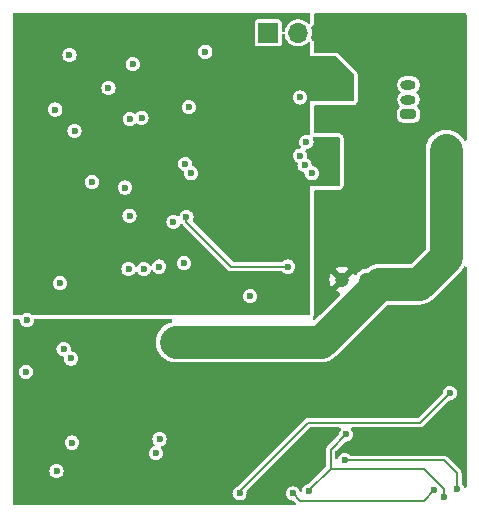
<source format=gbr>
%TF.GenerationSoftware,KiCad,Pcbnew,8.0.3-8.0.3-0~ubuntu22.04.1*%
%TF.CreationDate,2024-06-15T18:18:28-06:00*%
%TF.ProjectId,stm32g070 and DRV8311 single motor board - V1 Alpha,73746d33-3267-4303-9730-20616e642044,rev?*%
%TF.SameCoordinates,Original*%
%TF.FileFunction,Copper,L2,Inr*%
%TF.FilePolarity,Positive*%
%FSLAX46Y46*%
G04 Gerber Fmt 4.6, Leading zero omitted, Abs format (unit mm)*
G04 Created by KiCad (PCBNEW 8.0.3-8.0.3-0~ubuntu22.04.1) date 2024-06-15 18:18:28*
%MOMM*%
%LPD*%
G01*
G04 APERTURE LIST*
G04 Aperture macros list*
%AMRoundRect*
0 Rectangle with rounded corners*
0 $1 Rounding radius*
0 $2 $3 $4 $5 $6 $7 $8 $9 X,Y pos of 4 corners*
0 Add a 4 corners polygon primitive as box body*
4,1,4,$2,$3,$4,$5,$6,$7,$8,$9,$2,$3,0*
0 Add four circle primitives for the rounded corners*
1,1,$1+$1,$2,$3*
1,1,$1+$1,$4,$5*
1,1,$1+$1,$6,$7*
1,1,$1+$1,$8,$9*
0 Add four rect primitives between the rounded corners*
20,1,$1+$1,$2,$3,$4,$5,0*
20,1,$1+$1,$4,$5,$6,$7,0*
20,1,$1+$1,$6,$7,$8,$9,0*
20,1,$1+$1,$8,$9,$2,$3,0*%
G04 Aperture macros list end*
%TA.AperFunction,ComponentPad*%
%ADD10RoundRect,0.200000X0.450000X-0.200000X0.450000X0.200000X-0.450000X0.200000X-0.450000X-0.200000X0*%
%TD*%
%TA.AperFunction,ComponentPad*%
%ADD11O,1.300000X0.800000*%
%TD*%
%TA.AperFunction,ComponentPad*%
%ADD12C,1.200000*%
%TD*%
%TA.AperFunction,ComponentPad*%
%ADD13C,0.600000*%
%TD*%
%TA.AperFunction,ComponentPad*%
%ADD14R,1.700000X1.700000*%
%TD*%
%TA.AperFunction,ComponentPad*%
%ADD15O,1.700000X1.700000*%
%TD*%
%TA.AperFunction,ViaPad*%
%ADD16C,0.600000*%
%TD*%
%TA.AperFunction,Conductor*%
%ADD17C,2.814000*%
%TD*%
%TA.AperFunction,Conductor*%
%ADD18C,0.200000*%
%TD*%
G04 APERTURE END LIST*
D10*
%TO.N,Net-(J3-Pin_1)*%
%TO.C,J3*%
X156400000Y-96900000D03*
D11*
%TO.N,Net-(J3-Pin_2)*%
X156400000Y-95650000D03*
%TO.N,Net-(J3-Pin_3)*%
X156400000Y-94400000D03*
%TD*%
D12*
%TO.N,/MOTORPWR*%
%TO.C,C15*%
X152800000Y-110900000D03*
%TO.N,GNDPWR*%
X150800000Y-110900000D03*
%TD*%
D13*
%TO.N,GNDPWR*%
%TO.C,U4*%
X132262500Y-124737500D03*
X132262500Y-125687500D03*
X132262500Y-126637500D03*
%TD*%
D14*
%TO.N,/USART1_TX*%
%TO.C,J4*%
X144525000Y-90000000D03*
D15*
%TO.N,/USART1_RX*%
X147065000Y-90000000D03*
%TD*%
D13*
%TO.N,GNDPWR*%
%TO.C,U2*%
X149162498Y-98100001D03*
X150562500Y-98100001D03*
X149862499Y-97374600D03*
X149162498Y-96699999D03*
X150562500Y-96699999D03*
%TD*%
D16*
%TO.N,VDD*%
X129600000Y-102636000D03*
X147213896Y-95473287D03*
X131000000Y-94700000D03*
%TO.N,GND*%
X124000000Y-99300000D03*
X123800000Y-108900000D03*
X146000000Y-103400000D03*
X131800000Y-91800000D03*
X126600000Y-127100000D03*
X135000000Y-125600000D03*
X132900000Y-104500000D03*
X136800000Y-89700000D03*
X141000000Y-98600000D03*
X131600000Y-112200000D03*
%TO.N,/MOTORPWR*%
X158600000Y-103400000D03*
X158600000Y-105300000D03*
X142600000Y-115200000D03*
X159600000Y-103400000D03*
X142600000Y-117200000D03*
X143500000Y-115200000D03*
X141700000Y-115200000D03*
X158600000Y-104400000D03*
X141700000Y-116200000D03*
X141700000Y-117200000D03*
X159600000Y-105300000D03*
X160600000Y-104400000D03*
X140800000Y-117200000D03*
X143500000Y-116200000D03*
X160600000Y-103400000D03*
X160600000Y-105300000D03*
X142600000Y-116200000D03*
X140800000Y-116200000D03*
X159600000Y-104400000D03*
X140800000Y-115200000D03*
X143500000Y-117200000D03*
%TO.N,GNDPWR*%
X158900000Y-116500000D03*
X131400000Y-119000000D03*
X124350000Y-126300000D03*
X152800000Y-90800000D03*
X132400000Y-118100000D03*
X153500000Y-106800000D03*
X124350000Y-127150000D03*
X154800000Y-90800000D03*
X157900000Y-117400000D03*
X130400000Y-117100000D03*
X159900000Y-116500000D03*
X132400000Y-117100000D03*
X153800000Y-89800000D03*
X132400000Y-119000000D03*
X154800000Y-89800000D03*
X157900000Y-115500000D03*
X159900000Y-117400000D03*
X153500000Y-104900000D03*
X152500000Y-106800000D03*
X152800000Y-89800000D03*
X131400000Y-118100000D03*
X159900000Y-115500000D03*
X152500000Y-105900000D03*
X153500000Y-105900000D03*
X158900000Y-115500000D03*
X153800000Y-90800000D03*
X152800000Y-91700000D03*
X151500000Y-105900000D03*
X154800000Y-91700000D03*
X151500000Y-104900000D03*
X130400000Y-118100000D03*
X151500000Y-106800000D03*
X131400000Y-117100000D03*
X157900000Y-116500000D03*
X158900000Y-117400000D03*
X153800000Y-91700000D03*
X152500000Y-104900000D03*
X130400000Y-119000000D03*
%TO.N,/SWC*%
X137500000Y-101100000D03*
%TO.N,/SWD*%
X138000000Y-101900000D03*
%TO.N,Net-(U2-SLEEP_N)*%
X147756784Y-99259725D03*
%TO.N,/PSU/LDO 4.9v*%
X127912500Y-124700000D03*
X124000000Y-118700000D03*
%TO.N,/1CSA-B*%
X147600000Y-101200000D03*
X134000000Y-110000000D03*
%TO.N,/1CSA-A*%
X132700000Y-110000000D03*
X148200000Y-101900000D03*
%TO.N,/1CSA-C*%
X135300000Y-109800000D03*
X147200000Y-100400000D03*
%TO.N,/CS1*%
X133049998Y-92649998D03*
X137800000Y-96300000D03*
%TO.N,/PSU/BATT+*%
X142100000Y-129000000D03*
X159900000Y-120500000D03*
%TO.N,Net-(D1-A)*%
X124100000Y-114325000D03*
%TO.N,/PSU/~{CHG}*%
X135321200Y-124421200D03*
X127824265Y-117575735D03*
%TO.N,Net-(D2-A)*%
X127200000Y-116800000D03*
%TO.N,/SDA1*%
X128125000Y-98300000D03*
X126500000Y-96500000D03*
%TO.N,/PSU/BATT-*%
X151000000Y-126200000D03*
X160500000Y-128600000D03*
%TO.N,Net-(Q1-G)*%
X159400000Y-129300000D03*
X148000000Y-128800000D03*
X151100000Y-124000000D03*
%TO.N,/NRST*%
X126900000Y-111200000D03*
X132780603Y-105480603D03*
%TO.N,Net-(U3-PACK)*%
X146600000Y-129000000D03*
X158600000Y-128700000D03*
%TO.N,Net-(J1-Pin_2)*%
X127700000Y-91900000D03*
%TO.N,Net-(J2-Pin_2)*%
X139200000Y-91600000D03*
%TO.N,/USART1_TX*%
X133800000Y-97200000D03*
%TO.N,/USART1_RX*%
X132800000Y-97300000D03*
%TO.N,/ADC11*%
X136500000Y-106000000D03*
%TO.N,/ADC10{slash}VBATT*%
X137400000Y-109500000D03*
%TO.N,Net-(D3-A)*%
X143000000Y-112300000D03*
%TO.N,/LED*%
X137600000Y-105600000D03*
X146200000Y-109800000D03*
%TO.N,Net-(U1-VREF+)*%
X132400000Y-103100000D03*
%TD*%
D17*
%TO.N,/MOTORPWR*%
X149000000Y-116200000D02*
X136700000Y-116200000D01*
X157300000Y-111300000D02*
X153900000Y-111300000D01*
X159600000Y-109000000D02*
X157300000Y-111300000D01*
X159600000Y-99900000D02*
X159600000Y-109000000D01*
X153900000Y-111300000D02*
X149000000Y-116200000D01*
D18*
%TO.N,/PSU/BATT+*%
X142100000Y-128800000D02*
X142100000Y-129000000D01*
X157400000Y-123000000D02*
X147900000Y-123000000D01*
X159900000Y-120500000D02*
X157400000Y-123000000D01*
X147900000Y-123000000D02*
X142100000Y-128800000D01*
%TO.N,/PSU/BATT-*%
X151000000Y-126200000D02*
X159400000Y-126200000D01*
X159400000Y-126200000D02*
X160500000Y-127300000D01*
X160500000Y-127300000D02*
X160500000Y-128600000D01*
%TO.N,Net-(Q1-G)*%
X148000000Y-128700000D02*
X149800000Y-126900000D01*
X159400000Y-129300000D02*
X159400000Y-128600000D01*
X149800000Y-125300000D02*
X149800000Y-126900000D01*
X148000000Y-128800000D02*
X148000000Y-128700000D01*
X151100000Y-124000000D02*
X149800000Y-125300000D01*
X159400000Y-128600000D02*
X157700000Y-126900000D01*
X157700000Y-126900000D02*
X149800000Y-126900000D01*
%TO.N,Net-(U3-PACK)*%
X157700000Y-129600000D02*
X158600000Y-128700000D01*
X146600000Y-129000000D02*
X147200000Y-129600000D01*
X147200000Y-129600000D02*
X157700000Y-129600000D01*
%TO.N,/LED*%
X141400000Y-109800000D02*
X146200000Y-109800000D01*
X137600000Y-105600000D02*
X137600000Y-106000000D01*
X137600000Y-106000000D02*
X141400000Y-109800000D01*
%TD*%
%TA.AperFunction,Conductor*%
%TO.N,GND*%
G36*
X150315677Y-92019685D02*
G01*
X150336319Y-92036319D01*
X151763681Y-93463681D01*
X151797166Y-93525004D01*
X151800000Y-93551362D01*
X151800000Y-95676000D01*
X151780315Y-95743039D01*
X151727511Y-95788794D01*
X151676000Y-95800000D01*
X148100000Y-95800000D01*
X148100000Y-92000000D01*
X150248638Y-92000000D01*
X150315677Y-92019685D01*
G37*
%TD.AperFunction*%
%TD*%
%TA.AperFunction,Conductor*%
%TO.N,GND*%
G36*
X150543039Y-98819685D02*
G01*
X150588794Y-98872489D01*
X150600000Y-98924000D01*
X150600000Y-102876000D01*
X150580315Y-102943039D01*
X150527511Y-102988794D01*
X150476000Y-103000000D01*
X148100000Y-103000000D01*
X148100000Y-102492516D01*
X148186160Y-102503859D01*
X148199999Y-102505682D01*
X148200000Y-102505682D01*
X148200001Y-102505682D01*
X148252254Y-102498802D01*
X148356762Y-102485044D01*
X148502841Y-102424536D01*
X148628282Y-102328282D01*
X148724536Y-102202841D01*
X148785044Y-102056762D01*
X148805682Y-101900000D01*
X148785044Y-101743238D01*
X148724536Y-101597159D01*
X148628282Y-101471718D01*
X148502841Y-101375464D01*
X148356762Y-101314956D01*
X148312752Y-101309162D01*
X148248856Y-101280895D01*
X148210385Y-101222571D01*
X148205999Y-101202408D01*
X148185044Y-101043239D01*
X148185044Y-101043238D01*
X148124536Y-100897159D01*
X148100000Y-100865182D01*
X148100000Y-99753280D01*
X148185066Y-99688007D01*
X148281320Y-99562566D01*
X148341828Y-99416487D01*
X148362466Y-99259725D01*
X148341828Y-99102963D01*
X148324362Y-99060796D01*
X148287355Y-98971452D01*
X148279886Y-98901983D01*
X148311161Y-98839504D01*
X148371250Y-98803852D01*
X148401916Y-98800000D01*
X150476000Y-98800000D01*
X150543039Y-98819685D01*
G37*
%TD.AperFunction*%
%TD*%
%TA.AperFunction,Conductor*%
%TO.N,GNDPWR*%
G36*
X161323500Y-128395532D02*
G01*
X161303815Y-128462571D01*
X161251011Y-128508326D01*
X161181853Y-128518270D01*
X161118297Y-128489245D01*
X161084939Y-128442985D01*
X161080231Y-128431620D01*
X161024536Y-128297159D01*
X161024535Y-128297158D01*
X161024535Y-128297157D01*
X160926124Y-128168905D01*
X160900930Y-128103736D01*
X160900500Y-128093419D01*
X160900500Y-127247275D01*
X160900500Y-127247273D01*
X160873207Y-127145413D01*
X160873207Y-127145412D01*
X160820480Y-127054087D01*
X159645913Y-125879520D01*
X159600250Y-125853156D01*
X159554589Y-125826793D01*
X159503657Y-125813146D01*
X159452727Y-125799500D01*
X159452726Y-125799500D01*
X151506580Y-125799500D01*
X151439541Y-125779815D01*
X151431093Y-125773876D01*
X151428283Y-125771720D01*
X151428282Y-125771718D01*
X151302841Y-125675464D01*
X151156762Y-125614956D01*
X151156760Y-125614955D01*
X151000001Y-125594318D01*
X150999999Y-125594318D01*
X150843239Y-125614955D01*
X150843237Y-125614956D01*
X150697160Y-125675463D01*
X150571718Y-125771718D01*
X150475463Y-125897160D01*
X150439061Y-125985044D01*
X150395220Y-126039447D01*
X150328926Y-126061512D01*
X150261227Y-126044233D01*
X150213616Y-125993096D01*
X150200500Y-125937591D01*
X150200500Y-125517254D01*
X150220185Y-125450215D01*
X150236819Y-125429573D01*
X150612308Y-125054084D01*
X151024991Y-124641400D01*
X151086312Y-124607917D01*
X151096485Y-124606144D01*
X151099997Y-124605681D01*
X151100000Y-124605682D01*
X151256762Y-124585044D01*
X151402841Y-124524536D01*
X151528282Y-124428282D01*
X151624536Y-124302841D01*
X151685044Y-124156762D01*
X151705682Y-124000000D01*
X151692077Y-123896663D01*
X151685044Y-123843239D01*
X151685044Y-123843238D01*
X151624536Y-123697159D01*
X151624535Y-123697158D01*
X151624535Y-123697157D01*
X151549973Y-123599986D01*
X151524779Y-123534817D01*
X151538817Y-123466372D01*
X151587631Y-123416383D01*
X151648349Y-123400500D01*
X157452725Y-123400500D01*
X157452727Y-123400500D01*
X157554588Y-123373207D01*
X157645913Y-123320480D01*
X159824991Y-121141400D01*
X159886312Y-121107917D01*
X159896485Y-121106144D01*
X159899997Y-121105681D01*
X159900000Y-121105682D01*
X160056762Y-121085044D01*
X160202841Y-121024536D01*
X160328282Y-120928282D01*
X160424536Y-120802841D01*
X160485044Y-120656762D01*
X160505682Y-120500000D01*
X160485044Y-120343238D01*
X160424536Y-120197159D01*
X160328282Y-120071718D01*
X160202841Y-119975464D01*
X160056762Y-119914956D01*
X160056760Y-119914955D01*
X159900001Y-119894318D01*
X159899999Y-119894318D01*
X159743239Y-119914955D01*
X159743237Y-119914956D01*
X159597160Y-119975463D01*
X159471718Y-120071718D01*
X159375463Y-120197160D01*
X159314956Y-120343237D01*
X159314956Y-120343238D01*
X159293855Y-120503513D01*
X159265588Y-120567409D01*
X159258597Y-120575008D01*
X157270426Y-122563181D01*
X157209103Y-122596666D01*
X157182745Y-122599500D01*
X147960339Y-122599500D01*
X147960323Y-122599499D01*
X147952727Y-122599499D01*
X147847273Y-122599499D01*
X147779366Y-122617695D01*
X147745412Y-122626793D01*
X147654084Y-122679522D01*
X147579518Y-122754089D01*
X141918706Y-128414899D01*
X141878479Y-128441778D01*
X141797165Y-128475460D01*
X141797158Y-128475464D01*
X141671719Y-128571716D01*
X141575463Y-128697160D01*
X141514956Y-128843237D01*
X141514955Y-128843239D01*
X141494318Y-128999998D01*
X141494318Y-129000001D01*
X141514955Y-129156760D01*
X141514956Y-129156762D01*
X141574287Y-129300001D01*
X141575464Y-129302841D01*
X141671718Y-129428282D01*
X141797159Y-129524536D01*
X141943238Y-129585044D01*
X142021619Y-129595363D01*
X142099999Y-129605682D01*
X142100000Y-129605682D01*
X142100001Y-129605682D01*
X142152254Y-129598802D01*
X142256762Y-129585044D01*
X142402841Y-129524536D01*
X142528282Y-129428282D01*
X142624536Y-129302841D01*
X142685044Y-129156762D01*
X142705682Y-129000000D01*
X142685825Y-128849172D01*
X142696590Y-128780139D01*
X142721080Y-128745311D01*
X148029573Y-123436819D01*
X148090896Y-123403334D01*
X148117254Y-123400500D01*
X150551651Y-123400500D01*
X150618690Y-123420185D01*
X150664445Y-123472989D01*
X150674389Y-123542147D01*
X150650027Y-123599986D01*
X150575464Y-123697157D01*
X150514956Y-123843237D01*
X150514956Y-123843238D01*
X150493855Y-124003513D01*
X150465588Y-124067409D01*
X150458597Y-124075008D01*
X149479522Y-125054084D01*
X149479520Y-125054087D01*
X149426791Y-125145413D01*
X149415919Y-125185995D01*
X149415919Y-125185996D01*
X149399500Y-125247273D01*
X149399500Y-126682744D01*
X149379815Y-126749783D01*
X149363181Y-126770425D01*
X147959847Y-128173758D01*
X147898524Y-128207243D01*
X147888353Y-128209016D01*
X147843238Y-128214956D01*
X147697160Y-128275463D01*
X147571718Y-128371718D01*
X147475463Y-128497160D01*
X147414956Y-128643237D01*
X147414956Y-128643239D01*
X147399929Y-128757375D01*
X147371662Y-128821271D01*
X147313337Y-128859742D01*
X147243473Y-128860573D01*
X147184249Y-128823500D01*
X147162429Y-128788641D01*
X147153634Y-128767409D01*
X147141263Y-128737542D01*
X147124537Y-128697161D01*
X147124536Y-128697160D01*
X147124536Y-128697159D01*
X147028282Y-128571718D01*
X146902841Y-128475464D01*
X146902831Y-128475460D01*
X146756762Y-128414956D01*
X146756760Y-128414955D01*
X146600001Y-128394318D01*
X146599999Y-128394318D01*
X146443239Y-128414955D01*
X146443237Y-128414956D01*
X146297160Y-128475463D01*
X146171718Y-128571718D01*
X146075463Y-128697160D01*
X146014956Y-128843237D01*
X146014955Y-128843239D01*
X145994318Y-128999998D01*
X145994318Y-129000001D01*
X146014955Y-129156760D01*
X146014956Y-129156762D01*
X146074287Y-129300001D01*
X146075464Y-129302841D01*
X146171718Y-129428282D01*
X146297159Y-129524536D01*
X146443238Y-129585044D01*
X146600000Y-129605682D01*
X146600001Y-129605681D01*
X146603513Y-129606144D01*
X146667410Y-129634410D01*
X146675009Y-129641402D01*
X146840426Y-129806819D01*
X146873911Y-129868142D01*
X146868927Y-129937834D01*
X146827055Y-129993767D01*
X146761591Y-130018184D01*
X146752745Y-130018500D01*
X123006500Y-130018500D01*
X122939461Y-129998815D01*
X122893706Y-129946011D01*
X122882500Y-129894500D01*
X122882500Y-127099998D01*
X125994318Y-127099998D01*
X125994318Y-127100001D01*
X126014955Y-127256760D01*
X126014956Y-127256762D01*
X126075464Y-127402841D01*
X126171718Y-127528282D01*
X126297159Y-127624536D01*
X126443238Y-127685044D01*
X126521619Y-127695363D01*
X126599999Y-127705682D01*
X126600000Y-127705682D01*
X126600001Y-127705682D01*
X126652254Y-127698802D01*
X126756762Y-127685044D01*
X126902841Y-127624536D01*
X127028282Y-127528282D01*
X127124536Y-127402841D01*
X127185044Y-127256762D01*
X127205682Y-127100000D01*
X127199637Y-127054087D01*
X127185044Y-126943239D01*
X127185044Y-126943238D01*
X127124536Y-126797159D01*
X127028282Y-126671718D01*
X126902841Y-126575464D01*
X126756762Y-126514956D01*
X126756760Y-126514955D01*
X126600001Y-126494318D01*
X126599999Y-126494318D01*
X126443239Y-126514955D01*
X126443237Y-126514956D01*
X126297160Y-126575463D01*
X126171718Y-126671718D01*
X126075463Y-126797160D01*
X126014956Y-126943237D01*
X126014955Y-126943239D01*
X125994318Y-127099998D01*
X122882500Y-127099998D01*
X122882500Y-125599998D01*
X134394318Y-125599998D01*
X134394318Y-125600001D01*
X134414955Y-125756760D01*
X134414956Y-125756762D01*
X134475464Y-125902841D01*
X134571718Y-126028282D01*
X134697159Y-126124536D01*
X134843238Y-126185044D01*
X134921619Y-126195363D01*
X134999999Y-126205682D01*
X135000000Y-126205682D01*
X135000001Y-126205682D01*
X135052254Y-126198802D01*
X135156762Y-126185044D01*
X135302841Y-126124536D01*
X135428282Y-126028282D01*
X135524536Y-125902841D01*
X135585044Y-125756762D01*
X135605682Y-125600000D01*
X135585044Y-125443238D01*
X135524536Y-125297159D01*
X135442287Y-125189970D01*
X135417095Y-125124805D01*
X135431133Y-125056360D01*
X135479947Y-125006370D01*
X135493201Y-124999931D01*
X135624041Y-124945736D01*
X135749482Y-124849482D01*
X135845736Y-124724041D01*
X135906244Y-124577962D01*
X135926882Y-124421200D01*
X135906244Y-124264438D01*
X135845736Y-124118359D01*
X135749482Y-123992918D01*
X135624041Y-123896664D01*
X135477962Y-123836156D01*
X135477960Y-123836155D01*
X135321201Y-123815518D01*
X135321199Y-123815518D01*
X135164439Y-123836155D01*
X135164437Y-123836156D01*
X135018360Y-123896663D01*
X134892918Y-123992918D01*
X134796663Y-124118360D01*
X134736156Y-124264437D01*
X134736155Y-124264439D01*
X134715518Y-124421198D01*
X134715518Y-124421201D01*
X134736155Y-124577960D01*
X134736156Y-124577962D01*
X134796664Y-124724041D01*
X134878911Y-124831227D01*
X134904104Y-124896395D01*
X134890066Y-124964839D01*
X134841252Y-125014829D01*
X134827987Y-125021273D01*
X134697160Y-125075463D01*
X134571718Y-125171718D01*
X134475463Y-125297160D01*
X134414956Y-125443237D01*
X134414955Y-125443239D01*
X134394318Y-125599998D01*
X122882500Y-125599998D01*
X122882500Y-124699998D01*
X127306818Y-124699998D01*
X127306818Y-124700001D01*
X127327455Y-124856760D01*
X127327456Y-124856762D01*
X127386756Y-124999926D01*
X127387964Y-125002841D01*
X127484218Y-125128282D01*
X127609659Y-125224536D01*
X127755738Y-125285044D01*
X127834119Y-125295363D01*
X127912499Y-125305682D01*
X127912500Y-125305682D01*
X127912501Y-125305682D01*
X127977239Y-125297159D01*
X128069262Y-125285044D01*
X128215341Y-125224536D01*
X128340782Y-125128282D01*
X128437036Y-125002841D01*
X128497544Y-124856762D01*
X128518182Y-124700000D01*
X128510467Y-124641402D01*
X128497544Y-124543239D01*
X128497544Y-124543238D01*
X128437036Y-124397159D01*
X128340782Y-124271718D01*
X128215341Y-124175464D01*
X128170190Y-124156762D01*
X128069262Y-124114956D01*
X128069260Y-124114955D01*
X127912501Y-124094318D01*
X127912499Y-124094318D01*
X127755739Y-124114955D01*
X127755737Y-124114956D01*
X127609660Y-124175463D01*
X127484218Y-124271718D01*
X127387963Y-124397160D01*
X127327456Y-124543237D01*
X127327455Y-124543239D01*
X127306818Y-124699998D01*
X122882500Y-124699998D01*
X122882500Y-118699998D01*
X123394318Y-118699998D01*
X123394318Y-118700001D01*
X123414955Y-118856760D01*
X123414956Y-118856762D01*
X123475464Y-119002841D01*
X123571718Y-119128282D01*
X123697159Y-119224536D01*
X123843238Y-119285044D01*
X123921619Y-119295363D01*
X123999999Y-119305682D01*
X124000000Y-119305682D01*
X124000001Y-119305682D01*
X124052254Y-119298802D01*
X124156762Y-119285044D01*
X124302841Y-119224536D01*
X124428282Y-119128282D01*
X124524536Y-119002841D01*
X124585044Y-118856762D01*
X124605682Y-118700000D01*
X124585044Y-118543238D01*
X124524536Y-118397159D01*
X124428282Y-118271718D01*
X124302841Y-118175464D01*
X124267388Y-118160779D01*
X124156762Y-118114956D01*
X124156760Y-118114955D01*
X124000001Y-118094318D01*
X123999999Y-118094318D01*
X123843239Y-118114955D01*
X123843237Y-118114956D01*
X123697160Y-118175463D01*
X123571718Y-118271718D01*
X123475463Y-118397160D01*
X123414956Y-118543237D01*
X123414955Y-118543239D01*
X123394318Y-118699998D01*
X122882500Y-118699998D01*
X122882500Y-116799998D01*
X126594318Y-116799998D01*
X126594318Y-116800001D01*
X126614955Y-116956760D01*
X126614956Y-116956762D01*
X126675464Y-117102841D01*
X126771718Y-117228282D01*
X126897159Y-117324536D01*
X127043238Y-117385044D01*
X127117333Y-117394798D01*
X127181229Y-117423064D01*
X127219701Y-117481388D01*
X127224087Y-117533921D01*
X127218583Y-117575732D01*
X127218583Y-117575736D01*
X127239220Y-117732495D01*
X127239221Y-117732497D01*
X127275610Y-117820349D01*
X127299729Y-117878576D01*
X127395983Y-118004017D01*
X127521424Y-118100271D01*
X127667503Y-118160779D01*
X127745884Y-118171098D01*
X127824264Y-118181417D01*
X127824265Y-118181417D01*
X127824266Y-118181417D01*
X127876519Y-118174537D01*
X127981027Y-118160779D01*
X128127106Y-118100271D01*
X128252547Y-118004017D01*
X128348801Y-117878576D01*
X128409309Y-117732497D01*
X128429947Y-117575735D01*
X128409309Y-117418973D01*
X128348801Y-117272894D01*
X128252547Y-117147453D01*
X128127106Y-117051199D01*
X127981027Y-116990691D01*
X127906929Y-116980935D01*
X127843034Y-116952669D01*
X127804563Y-116894345D01*
X127800177Y-116841813D01*
X127805682Y-116800000D01*
X127785044Y-116643238D01*
X127724536Y-116497159D01*
X127628282Y-116371718D01*
X127502841Y-116275464D01*
X127356762Y-116214956D01*
X127356760Y-116214955D01*
X127200001Y-116194318D01*
X127199999Y-116194318D01*
X127043239Y-116214955D01*
X127043237Y-116214956D01*
X126897160Y-116275463D01*
X126771718Y-116371718D01*
X126675463Y-116497160D01*
X126614956Y-116643237D01*
X126614955Y-116643239D01*
X126594318Y-116799998D01*
X122882500Y-116799998D01*
X122882500Y-114329500D01*
X122902185Y-114262461D01*
X122954989Y-114216706D01*
X123006500Y-114205500D01*
X123370318Y-114205500D01*
X123437357Y-114225185D01*
X123483112Y-114277989D01*
X123491632Y-114317155D01*
X123493257Y-114316942D01*
X123514955Y-114481760D01*
X123514956Y-114481762D01*
X123555502Y-114579650D01*
X123575464Y-114627841D01*
X123671718Y-114753282D01*
X123797159Y-114849536D01*
X123943238Y-114910044D01*
X124021619Y-114920363D01*
X124099999Y-114930682D01*
X124100000Y-114930682D01*
X124100001Y-114930682D01*
X124152254Y-114923802D01*
X124256762Y-114910044D01*
X124402841Y-114849536D01*
X124528282Y-114753282D01*
X124624536Y-114627841D01*
X124685044Y-114481762D01*
X124705682Y-114325000D01*
X124706743Y-114316942D01*
X124709271Y-114317274D01*
X124725367Y-114262461D01*
X124778171Y-114216706D01*
X124829682Y-114205500D01*
X136276000Y-114205500D01*
X136343039Y-114225185D01*
X136388794Y-114277989D01*
X136400000Y-114329500D01*
X136400000Y-114417502D01*
X136380315Y-114484541D01*
X136327511Y-114530296D01*
X136308093Y-114537277D01*
X136149970Y-114579645D01*
X136149966Y-114579646D01*
X136149964Y-114579647D01*
X136149957Y-114579650D01*
X135943178Y-114665300D01*
X135943168Y-114665305D01*
X135749328Y-114777218D01*
X135571752Y-114913477D01*
X135571745Y-114913483D01*
X135413483Y-115071745D01*
X135413477Y-115071752D01*
X135277218Y-115249328D01*
X135165305Y-115443168D01*
X135165300Y-115443178D01*
X135079650Y-115649957D01*
X135079645Y-115649970D01*
X135021717Y-115866165D01*
X135021714Y-115866178D01*
X134992501Y-116088075D01*
X134992500Y-116088091D01*
X134992500Y-116311908D01*
X134992501Y-116311924D01*
X135021714Y-116533821D01*
X135021715Y-116533826D01*
X135021716Y-116533832D01*
X135079647Y-116750036D01*
X135106943Y-116815934D01*
X135165300Y-116956821D01*
X135165305Y-116956831D01*
X135277218Y-117150671D01*
X135413477Y-117328247D01*
X135413483Y-117328254D01*
X135571745Y-117486516D01*
X135571752Y-117486522D01*
X135749328Y-117622781D01*
X135943168Y-117734694D01*
X135943178Y-117734699D01*
X136009070Y-117761992D01*
X136149964Y-117820353D01*
X136366168Y-117878284D01*
X136588085Y-117907500D01*
X136588092Y-117907500D01*
X149111916Y-117907500D01*
X149185887Y-117897761D01*
X149333831Y-117878285D01*
X149425210Y-117853799D01*
X149550036Y-117820353D01*
X149653432Y-117777524D01*
X149756828Y-117734697D01*
X149902661Y-117650500D01*
X149950672Y-117622781D01*
X150128249Y-117486521D01*
X150286521Y-117328249D01*
X150286521Y-117328248D01*
X153714769Y-113900000D01*
X161323500Y-113900000D01*
X161323500Y-128395532D01*
G37*
%TD.AperFunction*%
%TA.AperFunction,Conductor*%
G36*
X148511681Y-114273549D02*
G01*
X148450358Y-114307034D01*
X148380666Y-114302050D01*
X148324733Y-114260178D01*
X148300316Y-114194714D01*
X148300000Y-114185868D01*
X148300000Y-114100492D01*
X148318605Y-114037129D01*
X148318533Y-114037093D01*
X148318729Y-114036705D01*
X148319685Y-114033453D01*
X148322547Y-114029197D01*
X148322551Y-114029189D01*
X148322553Y-114029187D01*
X148373439Y-113929111D01*
X148381987Y-113900000D01*
X148885230Y-113900000D01*
X148511681Y-114273549D01*
G37*
%TD.AperFunction*%
%TD*%
%TA.AperFunction,Conductor*%
%TO.N,GNDPWR*%
G36*
X161266539Y-88358185D02*
G01*
X161312294Y-88410989D01*
X161323500Y-88462500D01*
X161323500Y-99007415D01*
X161303815Y-99074454D01*
X161251011Y-99120209D01*
X161181853Y-99130153D01*
X161118297Y-99101128D01*
X161092113Y-99069415D01*
X161022781Y-98949328D01*
X160886522Y-98771752D01*
X160886516Y-98771745D01*
X160728254Y-98613483D01*
X160728247Y-98613477D01*
X160550671Y-98477218D01*
X160356831Y-98365305D01*
X160356821Y-98365300D01*
X160199167Y-98299998D01*
X160150036Y-98279647D01*
X159933832Y-98221716D01*
X159933826Y-98221715D01*
X159933821Y-98221714D01*
X159711924Y-98192501D01*
X159711921Y-98192500D01*
X159711915Y-98192500D01*
X159488085Y-98192500D01*
X159488079Y-98192500D01*
X159488075Y-98192501D01*
X159266178Y-98221714D01*
X159266171Y-98221715D01*
X159266168Y-98221716D01*
X159194100Y-98241026D01*
X159049970Y-98279645D01*
X159049966Y-98279646D01*
X159049964Y-98279647D01*
X159049957Y-98279650D01*
X158843178Y-98365300D01*
X158843168Y-98365305D01*
X158649328Y-98477218D01*
X158471752Y-98613477D01*
X158471745Y-98613483D01*
X158313483Y-98771745D01*
X158313477Y-98771752D01*
X158177218Y-98949328D01*
X158065305Y-99143168D01*
X158065300Y-99143178D01*
X157979650Y-99349957D01*
X157979645Y-99349970D01*
X157921717Y-99566165D01*
X157921714Y-99566178D01*
X157892501Y-99788075D01*
X157892500Y-99788091D01*
X157892500Y-108241368D01*
X157872815Y-108308407D01*
X157856181Y-108329049D01*
X156629049Y-109556181D01*
X156567726Y-109589666D01*
X156541368Y-109592500D01*
X154011915Y-109592500D01*
X153788084Y-109592500D01*
X153788078Y-109592500D01*
X153788074Y-109592501D01*
X153596733Y-109617691D01*
X153596733Y-109617692D01*
X153566168Y-109621716D01*
X153374999Y-109672939D01*
X153349964Y-109679647D01*
X153349954Y-109679650D01*
X153203739Y-109740215D01*
X153143174Y-109765302D01*
X153143167Y-109765306D01*
X153122200Y-109777411D01*
X153083076Y-109800000D01*
X152949328Y-109877218D01*
X152823362Y-109973876D01*
X152758193Y-109999070D01*
X152747876Y-109999500D01*
X152705354Y-109999500D01*
X152672897Y-110006398D01*
X152520197Y-110038855D01*
X152520192Y-110038857D01*
X152347270Y-110115848D01*
X152347265Y-110115851D01*
X152194129Y-110227111D01*
X152067465Y-110367785D01*
X152019887Y-110450194D01*
X151969320Y-110498410D01*
X151900713Y-110511632D01*
X151835848Y-110485664D01*
X151801500Y-110443466D01*
X151739249Y-110318449D01*
X151739247Y-110318447D01*
X151737465Y-110316087D01*
X151094855Y-110958697D01*
X151100000Y-110939496D01*
X151100000Y-110860504D01*
X151079556Y-110784204D01*
X151040060Y-110715795D01*
X150984205Y-110659940D01*
X150915796Y-110620444D01*
X150839496Y-110600000D01*
X150760504Y-110600000D01*
X150684204Y-110620444D01*
X150615795Y-110659940D01*
X150559940Y-110715795D01*
X150520444Y-110784204D01*
X150500000Y-110860504D01*
X150500000Y-110939496D01*
X150520444Y-111015796D01*
X150559940Y-111084205D01*
X150615795Y-111140060D01*
X150684204Y-111179556D01*
X150760504Y-111200000D01*
X150839496Y-111200000D01*
X150858697Y-111194854D01*
X150800000Y-111253553D01*
X150219311Y-111834240D01*
X150307585Y-111888897D01*
X150497678Y-111962540D01*
X150540262Y-111970500D01*
X150602543Y-112002168D01*
X150637817Y-112062480D01*
X150634884Y-112132288D01*
X150605159Y-112180070D01*
X148885230Y-113900000D01*
X148381987Y-113900000D01*
X148393124Y-113862072D01*
X148405500Y-113776000D01*
X148405500Y-110899999D01*
X149695287Y-110899999D01*
X149695287Y-110900000D01*
X149714096Y-111102989D01*
X149714097Y-111102992D01*
X149769883Y-111299063D01*
X149769886Y-111299069D01*
X149860751Y-111481551D01*
X149862533Y-111483911D01*
X150446446Y-110900000D01*
X150446446Y-110899999D01*
X149862533Y-110316087D01*
X149860755Y-110318442D01*
X149860754Y-110318443D01*
X149769886Y-110500930D01*
X149769883Y-110500936D01*
X149714097Y-110697007D01*
X149714096Y-110697010D01*
X149695287Y-110899999D01*
X148405500Y-110899999D01*
X148405500Y-109965758D01*
X150219311Y-109965758D01*
X150800000Y-110546446D01*
X150800001Y-110546446D01*
X151380687Y-109965758D01*
X151292413Y-109911101D01*
X151292411Y-109911100D01*
X151102321Y-109837460D01*
X150901928Y-109800000D01*
X150698072Y-109800000D01*
X150497678Y-109837460D01*
X150307588Y-109911100D01*
X150307581Y-109911104D01*
X150219312Y-109965757D01*
X150219311Y-109965758D01*
X148405500Y-109965758D01*
X148405500Y-103429500D01*
X148425185Y-103362461D01*
X148477989Y-103316706D01*
X148529500Y-103305500D01*
X150475990Y-103305500D01*
X150476000Y-103305500D01*
X150540941Y-103298518D01*
X150592452Y-103287312D01*
X150630658Y-103276354D01*
X150727571Y-103219675D01*
X150780375Y-103173920D01*
X150780382Y-103173912D01*
X150780387Y-103173908D01*
X150822548Y-103129192D01*
X150822553Y-103129187D01*
X150873439Y-103029111D01*
X150893124Y-102962072D01*
X150905500Y-102876000D01*
X150905500Y-98924000D01*
X150898518Y-98859059D01*
X150887312Y-98807548D01*
X150876354Y-98769342D01*
X150819675Y-98672429D01*
X150773920Y-98619625D01*
X150773918Y-98619623D01*
X150773908Y-98619612D01*
X150729192Y-98577451D01*
X150729189Y-98577449D01*
X150729187Y-98577447D01*
X150629111Y-98526561D01*
X150629110Y-98526560D01*
X150629109Y-98526560D01*
X150562078Y-98506877D01*
X150562072Y-98506876D01*
X150476000Y-98494500D01*
X150475997Y-98494500D01*
X148529500Y-98494500D01*
X148462461Y-98474815D01*
X148416706Y-98422011D01*
X148405500Y-98370500D01*
X148405500Y-96229500D01*
X148425185Y-96162461D01*
X148477989Y-96116706D01*
X148529500Y-96105500D01*
X151675990Y-96105500D01*
X151676000Y-96105500D01*
X151740941Y-96098518D01*
X151792452Y-96087312D01*
X151830658Y-96076354D01*
X151927571Y-96019675D01*
X151980375Y-95973920D01*
X151980382Y-95973912D01*
X151980387Y-95973908D01*
X152022548Y-95929192D01*
X152022553Y-95929187D01*
X152073439Y-95829111D01*
X152093124Y-95762072D01*
X152105500Y-95676000D01*
X152105500Y-94468995D01*
X155449499Y-94468995D01*
X155476418Y-94604322D01*
X155476421Y-94604332D01*
X155529221Y-94731804D01*
X155529228Y-94731817D01*
X155605885Y-94846541D01*
X155605888Y-94846545D01*
X155696662Y-94937319D01*
X155730147Y-94998642D01*
X155725163Y-95068334D01*
X155696662Y-95112681D01*
X155605888Y-95203454D01*
X155605885Y-95203458D01*
X155529228Y-95318182D01*
X155529221Y-95318195D01*
X155476421Y-95445667D01*
X155476418Y-95445677D01*
X155449500Y-95581004D01*
X155449500Y-95581007D01*
X155449500Y-95718993D01*
X155449500Y-95718995D01*
X155449499Y-95718995D01*
X155476418Y-95854322D01*
X155476421Y-95854332D01*
X155529221Y-95981804D01*
X155529228Y-95981817D01*
X155605885Y-96096541D01*
X155605888Y-96096545D01*
X155639579Y-96130236D01*
X155673064Y-96191559D01*
X155668080Y-96261251D01*
X155626212Y-96317182D01*
X155606041Y-96332282D01*
X155592454Y-96342454D01*
X155592453Y-96342455D01*
X155592452Y-96342456D01*
X155506206Y-96457664D01*
X155506202Y-96457671D01*
X155455910Y-96592513D01*
X155455909Y-96592517D01*
X155449500Y-96652127D01*
X155449500Y-96652134D01*
X155449500Y-96652135D01*
X155449500Y-97147870D01*
X155449501Y-97147876D01*
X155455908Y-97207483D01*
X155506202Y-97342328D01*
X155506206Y-97342335D01*
X155592452Y-97457544D01*
X155592455Y-97457547D01*
X155707664Y-97543793D01*
X155707671Y-97543797D01*
X155842517Y-97594091D01*
X155842516Y-97594091D01*
X155849444Y-97594835D01*
X155902127Y-97600500D01*
X156897872Y-97600499D01*
X156957483Y-97594091D01*
X157092331Y-97543796D01*
X157207546Y-97457546D01*
X157293796Y-97342331D01*
X157344091Y-97207483D01*
X157350500Y-97147873D01*
X157350499Y-96652128D01*
X157344091Y-96592517D01*
X157338307Y-96577010D01*
X157293797Y-96457671D01*
X157293793Y-96457664D01*
X157207548Y-96342456D01*
X157207546Y-96342455D01*
X157207546Y-96342454D01*
X157173787Y-96317182D01*
X157131918Y-96261248D01*
X157126935Y-96191556D01*
X157160421Y-96130235D01*
X157194111Y-96096545D01*
X157194114Y-96096542D01*
X157270775Y-95981811D01*
X157323580Y-95854328D01*
X157350500Y-95718993D01*
X157350500Y-95581007D01*
X157350500Y-95581004D01*
X157323581Y-95445677D01*
X157323580Y-95445676D01*
X157323580Y-95445672D01*
X157323578Y-95445667D01*
X157270778Y-95318195D01*
X157270771Y-95318182D01*
X157194114Y-95203458D01*
X157194111Y-95203454D01*
X157103338Y-95112681D01*
X157069853Y-95051358D01*
X157074837Y-94981666D01*
X157103338Y-94937319D01*
X157194111Y-94846545D01*
X157194114Y-94846542D01*
X157270775Y-94731811D01*
X157323580Y-94604328D01*
X157334143Y-94551227D01*
X157350500Y-94468995D01*
X157350500Y-94331004D01*
X157323581Y-94195677D01*
X157323580Y-94195676D01*
X157323580Y-94195672D01*
X157323578Y-94195667D01*
X157270778Y-94068195D01*
X157270771Y-94068182D01*
X157194114Y-93953458D01*
X157194111Y-93953454D01*
X157096545Y-93855888D01*
X157096541Y-93855885D01*
X156981817Y-93779228D01*
X156981804Y-93779221D01*
X156854332Y-93726421D01*
X156854322Y-93726418D01*
X156718995Y-93699500D01*
X156718993Y-93699500D01*
X156081007Y-93699500D01*
X156081005Y-93699500D01*
X155945677Y-93726418D01*
X155945667Y-93726421D01*
X155818195Y-93779221D01*
X155818182Y-93779228D01*
X155703458Y-93855885D01*
X155703454Y-93855888D01*
X155605888Y-93953454D01*
X155605885Y-93953458D01*
X155529228Y-94068182D01*
X155529221Y-94068195D01*
X155476421Y-94195667D01*
X155476418Y-94195677D01*
X155449500Y-94331004D01*
X155449500Y-94331007D01*
X155449500Y-94468993D01*
X155449500Y-94468995D01*
X155449499Y-94468995D01*
X152105500Y-94468995D01*
X152105500Y-93551362D01*
X152103749Y-93518703D01*
X152100915Y-93492345D01*
X152100080Y-93485340D01*
X152065297Y-93378593D01*
X152065295Y-93378588D01*
X152031810Y-93317266D01*
X151979710Y-93247670D01*
X151979705Y-93247665D01*
X151979702Y-93247660D01*
X151979698Y-93247656D01*
X151979692Y-93247649D01*
X150552353Y-91820311D01*
X150552340Y-91820298D01*
X150528008Y-91798442D01*
X150507366Y-91781808D01*
X150507363Y-91781806D01*
X150507325Y-91781775D01*
X150501827Y-91777448D01*
X150501825Y-91777447D01*
X150401747Y-91726560D01*
X150334716Y-91706877D01*
X150334710Y-91706876D01*
X150248638Y-91694500D01*
X150248635Y-91694500D01*
X148529500Y-91694500D01*
X148462461Y-91674815D01*
X148416706Y-91622011D01*
X148405500Y-91570500D01*
X148405500Y-90894197D01*
X148405500Y-90894120D01*
X148405476Y-90890308D01*
X148405437Y-90887183D01*
X148390824Y-90797565D01*
X148369456Y-90731043D01*
X148344857Y-90674694D01*
X148272770Y-90588623D01*
X148272769Y-90588622D01*
X148272765Y-90588618D01*
X148218841Y-90544223D01*
X148218829Y-90544213D01*
X148199483Y-90531315D01*
X148154623Y-90477753D01*
X148145842Y-90408438D01*
X148148996Y-90394222D01*
X148200756Y-90212310D01*
X148220429Y-90000000D01*
X148200756Y-89787690D01*
X148148402Y-89603687D01*
X148148988Y-89533821D01*
X148187255Y-89475362D01*
X148205068Y-89462715D01*
X148211164Y-89459149D01*
X148227571Y-89449554D01*
X148280375Y-89403799D01*
X148280382Y-89403791D01*
X148280387Y-89403787D01*
X148322548Y-89359071D01*
X148322553Y-89359066D01*
X148373439Y-89258990D01*
X148393124Y-89191951D01*
X148405500Y-89105879D01*
X148405500Y-88462500D01*
X148425185Y-88395461D01*
X148477989Y-88349706D01*
X148529500Y-88338500D01*
X161199500Y-88338500D01*
X161266539Y-88358185D01*
G37*
%TD.AperFunction*%
%TA.AperFunction,Conductor*%
G36*
X161276152Y-109795116D02*
G01*
X161316680Y-109852030D01*
X161323500Y-109892586D01*
X161323500Y-113900000D01*
X153714769Y-113900000D01*
X154570950Y-113043819D01*
X154632273Y-113010334D01*
X154658631Y-113007500D01*
X157411916Y-113007500D01*
X157485887Y-112997761D01*
X157633831Y-112978285D01*
X157725210Y-112953799D01*
X157850036Y-112920353D01*
X157953432Y-112877524D01*
X158056828Y-112834697D01*
X158179719Y-112763744D01*
X158250672Y-112722781D01*
X158428249Y-112586521D01*
X158586521Y-112428249D01*
X160886521Y-110128249D01*
X160921135Y-110083139D01*
X161022781Y-109950672D01*
X161065310Y-109877009D01*
X161079739Y-109852018D01*
X161092113Y-109830586D01*
X161142680Y-109782370D01*
X161211287Y-109769147D01*
X161276152Y-109795116D01*
G37*
%TD.AperFunction*%
%TD*%
%TA.AperFunction,Conductor*%
%TO.N,GND*%
G36*
X148043039Y-88358185D02*
G01*
X148088794Y-88410989D01*
X148100000Y-88462500D01*
X148100000Y-89105879D01*
X148080315Y-89172918D01*
X148027511Y-89218673D01*
X147958353Y-89228617D01*
X147894797Y-89199592D01*
X147892462Y-89197516D01*
X147763562Y-89080008D01*
X147761302Y-89077948D01*
X147580019Y-88965702D01*
X147580017Y-88965701D01*
X147480608Y-88927190D01*
X147381198Y-88888679D01*
X147171610Y-88849500D01*
X146958390Y-88849500D01*
X146748802Y-88888679D01*
X146748799Y-88888679D01*
X146748799Y-88888680D01*
X146549982Y-88965701D01*
X146549980Y-88965702D01*
X146368699Y-89077947D01*
X146211127Y-89221593D01*
X146082632Y-89391746D01*
X145987596Y-89582605D01*
X145987596Y-89582607D01*
X145929244Y-89787689D01*
X145922970Y-89855394D01*
X145897183Y-89920331D01*
X145840383Y-89961018D01*
X145770602Y-89964538D01*
X145709995Y-89929772D01*
X145677806Y-89867759D01*
X145675499Y-89843952D01*
X145675499Y-89105143D01*
X145675499Y-89105136D01*
X145675497Y-89105117D01*
X145672586Y-89080012D01*
X145672585Y-89080010D01*
X145672585Y-89080009D01*
X145627206Y-88977235D01*
X145547765Y-88897794D01*
X145527124Y-88888680D01*
X145444992Y-88852415D01*
X145419865Y-88849500D01*
X143630143Y-88849500D01*
X143630117Y-88849502D01*
X143605012Y-88852413D01*
X143605008Y-88852415D01*
X143502235Y-88897793D01*
X143422794Y-88977234D01*
X143377415Y-89080006D01*
X143377415Y-89080008D01*
X143374500Y-89105131D01*
X143374500Y-90894856D01*
X143374502Y-90894882D01*
X143377413Y-90919987D01*
X143377415Y-90919991D01*
X143422793Y-91022764D01*
X143422794Y-91022765D01*
X143502235Y-91102206D01*
X143605009Y-91147585D01*
X143630135Y-91150500D01*
X145419864Y-91150499D01*
X145419879Y-91150497D01*
X145419882Y-91150497D01*
X145444987Y-91147586D01*
X145444988Y-91147585D01*
X145444991Y-91147585D01*
X145547765Y-91102206D01*
X145627206Y-91022765D01*
X145672585Y-90919991D01*
X145675500Y-90894865D01*
X145675499Y-90156046D01*
X145695183Y-90089009D01*
X145747987Y-90043254D01*
X145817146Y-90033310D01*
X145880702Y-90062335D01*
X145918476Y-90121113D01*
X145922970Y-90144606D01*
X145929244Y-90212310D01*
X145987596Y-90417392D01*
X145987596Y-90417394D01*
X146082632Y-90608253D01*
X146082634Y-90608255D01*
X146211128Y-90778407D01*
X146368698Y-90922052D01*
X146549981Y-91034298D01*
X146748802Y-91111321D01*
X146958390Y-91150500D01*
X146958392Y-91150500D01*
X147171608Y-91150500D01*
X147171610Y-91150500D01*
X147381198Y-91111321D01*
X147580019Y-91034298D01*
X147761302Y-90922052D01*
X147892463Y-90802481D01*
X147955265Y-90771866D01*
X148024652Y-90780063D01*
X148078593Y-90824473D01*
X148099961Y-90890995D01*
X148100000Y-90894120D01*
X148100000Y-95800000D01*
X148100000Y-98566333D01*
X148080315Y-98633372D01*
X148027511Y-98679127D01*
X147958353Y-98689071D01*
X147928551Y-98680896D01*
X147913546Y-98674681D01*
X147913544Y-98674680D01*
X147756785Y-98654043D01*
X147756783Y-98654043D01*
X147600023Y-98674680D01*
X147600021Y-98674681D01*
X147453944Y-98735188D01*
X147328502Y-98831443D01*
X147232247Y-98956885D01*
X147171740Y-99102962D01*
X147171739Y-99102964D01*
X147151102Y-99259723D01*
X147151102Y-99259726D01*
X147171739Y-99416485D01*
X147171740Y-99416487D01*
X147232248Y-99562567D01*
X147260055Y-99598805D01*
X147285250Y-99663974D01*
X147271212Y-99732419D01*
X147222398Y-99782409D01*
X147177866Y-99797231D01*
X147059168Y-99812858D01*
X147043238Y-99814956D01*
X147043237Y-99814956D01*
X146897160Y-99875463D01*
X146771718Y-99971718D01*
X146675463Y-100097160D01*
X146614956Y-100243237D01*
X146614955Y-100243239D01*
X146594318Y-100399998D01*
X146594318Y-100400001D01*
X146614955Y-100556760D01*
X146614956Y-100556762D01*
X146675464Y-100702841D01*
X146771718Y-100828282D01*
X146897159Y-100924536D01*
X146935777Y-100940532D01*
X146990180Y-100984371D01*
X147012246Y-101050665D01*
X147011264Y-101071278D01*
X146994318Y-101199998D01*
X146994318Y-101200001D01*
X147014955Y-101356760D01*
X147014956Y-101356762D01*
X147075464Y-101502841D01*
X147171718Y-101628282D01*
X147297159Y-101724536D01*
X147443238Y-101785044D01*
X147487246Y-101790837D01*
X147551142Y-101819102D01*
X147589614Y-101877426D01*
X147594000Y-101897590D01*
X147611475Y-102030318D01*
X147614956Y-102056762D01*
X147675464Y-102202841D01*
X147771718Y-102328282D01*
X147897159Y-102424536D01*
X148043238Y-102485044D01*
X148100000Y-102492516D01*
X148100000Y-103000000D01*
X148100000Y-113776000D01*
X148080315Y-113843039D01*
X148027511Y-113888794D01*
X147976000Y-113900000D01*
X124574652Y-113900000D01*
X124507613Y-113880315D01*
X124499166Y-113874376D01*
X124402842Y-113800464D01*
X124256762Y-113739956D01*
X124256760Y-113739955D01*
X124100001Y-113719318D01*
X124099999Y-113719318D01*
X123943239Y-113739955D01*
X123943237Y-113739956D01*
X123797157Y-113800464D01*
X123700834Y-113874376D01*
X123635665Y-113899570D01*
X123625348Y-113900000D01*
X123006500Y-113900000D01*
X122939461Y-113880315D01*
X122893706Y-113827511D01*
X122882500Y-113776000D01*
X122882500Y-112299998D01*
X142394318Y-112299998D01*
X142394318Y-112300001D01*
X142414955Y-112456760D01*
X142414956Y-112456762D01*
X142475464Y-112602841D01*
X142571718Y-112728282D01*
X142697159Y-112824536D01*
X142843238Y-112885044D01*
X142921619Y-112895363D01*
X142999999Y-112905682D01*
X143000000Y-112905682D01*
X143000001Y-112905682D01*
X143052254Y-112898802D01*
X143156762Y-112885044D01*
X143302841Y-112824536D01*
X143428282Y-112728282D01*
X143524536Y-112602841D01*
X143585044Y-112456762D01*
X143605682Y-112300000D01*
X143585044Y-112143238D01*
X143524536Y-111997159D01*
X143428282Y-111871718D01*
X143302841Y-111775464D01*
X143156762Y-111714956D01*
X143156760Y-111714955D01*
X143000001Y-111694318D01*
X142999999Y-111694318D01*
X142843239Y-111714955D01*
X142843237Y-111714956D01*
X142697160Y-111775463D01*
X142571718Y-111871718D01*
X142475463Y-111997160D01*
X142414956Y-112143237D01*
X142414955Y-112143239D01*
X142394318Y-112299998D01*
X122882500Y-112299998D01*
X122882500Y-111199998D01*
X126294318Y-111199998D01*
X126294318Y-111200001D01*
X126314955Y-111356760D01*
X126314956Y-111356762D01*
X126375464Y-111502841D01*
X126471718Y-111628282D01*
X126597159Y-111724536D01*
X126743238Y-111785044D01*
X126821619Y-111795363D01*
X126899999Y-111805682D01*
X126900000Y-111805682D01*
X126900001Y-111805682D01*
X126952254Y-111798802D01*
X127056762Y-111785044D01*
X127202841Y-111724536D01*
X127328282Y-111628282D01*
X127424536Y-111502841D01*
X127485044Y-111356762D01*
X127505682Y-111200000D01*
X127504113Y-111188085D01*
X127485044Y-111043239D01*
X127485044Y-111043238D01*
X127424536Y-110897159D01*
X127328282Y-110771718D01*
X127202841Y-110675464D01*
X127056762Y-110614956D01*
X127056760Y-110614955D01*
X126900001Y-110594318D01*
X126899999Y-110594318D01*
X126743239Y-110614955D01*
X126743237Y-110614956D01*
X126597160Y-110675463D01*
X126471718Y-110771718D01*
X126375463Y-110897160D01*
X126314956Y-111043237D01*
X126314955Y-111043239D01*
X126294318Y-111199998D01*
X122882500Y-111199998D01*
X122882500Y-109999998D01*
X132094318Y-109999998D01*
X132094318Y-110000001D01*
X132114955Y-110156760D01*
X132114956Y-110156762D01*
X132132886Y-110200050D01*
X132175464Y-110302841D01*
X132271718Y-110428282D01*
X132397159Y-110524536D01*
X132543238Y-110585044D01*
X132613681Y-110594318D01*
X132699999Y-110605682D01*
X132700000Y-110605682D01*
X132700001Y-110605682D01*
X132752254Y-110598802D01*
X132856762Y-110585044D01*
X133002841Y-110524536D01*
X133128282Y-110428282D01*
X133224536Y-110302841D01*
X133235439Y-110276519D01*
X133279279Y-110222115D01*
X133345573Y-110200050D01*
X133413273Y-110217329D01*
X133460884Y-110268466D01*
X133464561Y-110276519D01*
X133475462Y-110302838D01*
X133475463Y-110302839D01*
X133475464Y-110302841D01*
X133571718Y-110428282D01*
X133697159Y-110524536D01*
X133843238Y-110585044D01*
X133913681Y-110594318D01*
X133999999Y-110605682D01*
X134000000Y-110605682D01*
X134000001Y-110605682D01*
X134052254Y-110598802D01*
X134156762Y-110585044D01*
X134302841Y-110524536D01*
X134428282Y-110428282D01*
X134524536Y-110302841D01*
X134584115Y-110159004D01*
X134627953Y-110104603D01*
X134694247Y-110082538D01*
X134761947Y-110099817D01*
X134797048Y-110130970D01*
X134871718Y-110228282D01*
X134997159Y-110324536D01*
X135143238Y-110385044D01*
X135221619Y-110395363D01*
X135299999Y-110405682D01*
X135300000Y-110405682D01*
X135300001Y-110405682D01*
X135352254Y-110398802D01*
X135456762Y-110385044D01*
X135602841Y-110324536D01*
X135728282Y-110228282D01*
X135824536Y-110102841D01*
X135885044Y-109956762D01*
X135905682Y-109800000D01*
X135905675Y-109799949D01*
X135885044Y-109643239D01*
X135885044Y-109643238D01*
X135825712Y-109499998D01*
X136794318Y-109499998D01*
X136794318Y-109500001D01*
X136814955Y-109656760D01*
X136814956Y-109656762D01*
X136874287Y-109800001D01*
X136875464Y-109802841D01*
X136971718Y-109928282D01*
X137097159Y-110024536D01*
X137243238Y-110085044D01*
X137321619Y-110095363D01*
X137399999Y-110105682D01*
X137400000Y-110105682D01*
X137400001Y-110105682D01*
X137452254Y-110098802D01*
X137556762Y-110085044D01*
X137702841Y-110024536D01*
X137828282Y-109928282D01*
X137924536Y-109802841D01*
X137985044Y-109656762D01*
X138005682Y-109500000D01*
X137985044Y-109343238D01*
X137924536Y-109197159D01*
X137828282Y-109071718D01*
X137702841Y-108975464D01*
X137556762Y-108914956D01*
X137556760Y-108914955D01*
X137400001Y-108894318D01*
X137399999Y-108894318D01*
X137243239Y-108914955D01*
X137243237Y-108914956D01*
X137097160Y-108975463D01*
X136971718Y-109071718D01*
X136875463Y-109197160D01*
X136814956Y-109343237D01*
X136814955Y-109343239D01*
X136794318Y-109499998D01*
X135825712Y-109499998D01*
X135824536Y-109497159D01*
X135728282Y-109371718D01*
X135602841Y-109275464D01*
X135456762Y-109214956D01*
X135456760Y-109214955D01*
X135300001Y-109194318D01*
X135299999Y-109194318D01*
X135143239Y-109214955D01*
X135143237Y-109214956D01*
X134997160Y-109275463D01*
X134871718Y-109371718D01*
X134775463Y-109497160D01*
X134715886Y-109640993D01*
X134672045Y-109695396D01*
X134605751Y-109717461D01*
X134538051Y-109700182D01*
X134502950Y-109669028D01*
X134428282Y-109571718D01*
X134302841Y-109475464D01*
X134156762Y-109414956D01*
X134156760Y-109414955D01*
X134000001Y-109394318D01*
X133999999Y-109394318D01*
X133843239Y-109414955D01*
X133843237Y-109414956D01*
X133697160Y-109475463D01*
X133571718Y-109571718D01*
X133475463Y-109697160D01*
X133464561Y-109723481D01*
X133420720Y-109777884D01*
X133354425Y-109799949D01*
X133286726Y-109782670D01*
X133239116Y-109731532D01*
X133235439Y-109723481D01*
X133224536Y-109697160D01*
X133224536Y-109697159D01*
X133128282Y-109571718D01*
X133002841Y-109475464D01*
X132856762Y-109414956D01*
X132856760Y-109414955D01*
X132700001Y-109394318D01*
X132699999Y-109394318D01*
X132543239Y-109414955D01*
X132543237Y-109414956D01*
X132397160Y-109475463D01*
X132271718Y-109571718D01*
X132175463Y-109697160D01*
X132114956Y-109843237D01*
X132114955Y-109843239D01*
X132094318Y-109999998D01*
X122882500Y-109999998D01*
X122882500Y-105480601D01*
X132174921Y-105480601D01*
X132174921Y-105480604D01*
X132195558Y-105637363D01*
X132195559Y-105637365D01*
X132220326Y-105697159D01*
X132256067Y-105783444D01*
X132352321Y-105908885D01*
X132477762Y-106005139D01*
X132623841Y-106065647D01*
X132702222Y-106075966D01*
X132780602Y-106086285D01*
X132780603Y-106086285D01*
X132780604Y-106086285D01*
X132832857Y-106079405D01*
X132937365Y-106065647D01*
X133083444Y-106005139D01*
X133090144Y-105999998D01*
X135894318Y-105999998D01*
X135894318Y-106000001D01*
X135914955Y-106156760D01*
X135914956Y-106156762D01*
X135975464Y-106302841D01*
X136071718Y-106428282D01*
X136197159Y-106524536D01*
X136343238Y-106585044D01*
X136421619Y-106595363D01*
X136499999Y-106605682D01*
X136500000Y-106605682D01*
X136500001Y-106605682D01*
X136552254Y-106598802D01*
X136656762Y-106585044D01*
X136802841Y-106524536D01*
X136928282Y-106428282D01*
X137024536Y-106302841D01*
X137048559Y-106244844D01*
X137092397Y-106190445D01*
X137158691Y-106168379D01*
X137226390Y-106185658D01*
X137270503Y-106230297D01*
X137279515Y-106245906D01*
X137279522Y-106245915D01*
X141075179Y-110041571D01*
X141075189Y-110041582D01*
X141079519Y-110045912D01*
X141079520Y-110045913D01*
X141154087Y-110120480D01*
X141210388Y-110152985D01*
X141242892Y-110171752D01*
X141245409Y-110173205D01*
X141245413Y-110173207D01*
X141347273Y-110200501D01*
X141347275Y-110200501D01*
X141460323Y-110200501D01*
X141460339Y-110200500D01*
X145693420Y-110200500D01*
X145760459Y-110220185D01*
X145768907Y-110226124D01*
X145771716Y-110228279D01*
X145771718Y-110228282D01*
X145897159Y-110324536D01*
X146043238Y-110385044D01*
X146121619Y-110395363D01*
X146199999Y-110405682D01*
X146200000Y-110405682D01*
X146200001Y-110405682D01*
X146252254Y-110398802D01*
X146356762Y-110385044D01*
X146502841Y-110324536D01*
X146628282Y-110228282D01*
X146724536Y-110102841D01*
X146785044Y-109956762D01*
X146805682Y-109800000D01*
X146805675Y-109799949D01*
X146785044Y-109643239D01*
X146785044Y-109643238D01*
X146724536Y-109497159D01*
X146628282Y-109371718D01*
X146502841Y-109275464D01*
X146356762Y-109214956D01*
X146356760Y-109214955D01*
X146200001Y-109194318D01*
X146199999Y-109194318D01*
X146043239Y-109214955D01*
X146043237Y-109214956D01*
X145897160Y-109275463D01*
X145897159Y-109275464D01*
X145771718Y-109371718D01*
X145771716Y-109371720D01*
X145768907Y-109373876D01*
X145703737Y-109399070D01*
X145693420Y-109399500D01*
X141617254Y-109399500D01*
X141550215Y-109379815D01*
X141529573Y-109363181D01*
X138166925Y-106000532D01*
X138133440Y-105939209D01*
X138138424Y-105869517D01*
X138140045Y-105865398D01*
X138185044Y-105756762D01*
X138205682Y-105600000D01*
X138185044Y-105443238D01*
X138124536Y-105297159D01*
X138028282Y-105171718D01*
X137902841Y-105075464D01*
X137756762Y-105014956D01*
X137756760Y-105014955D01*
X137600001Y-104994318D01*
X137599999Y-104994318D01*
X137443239Y-105014955D01*
X137443237Y-105014956D01*
X137297160Y-105075463D01*
X137171718Y-105171718D01*
X137075463Y-105297160D01*
X137015510Y-105441899D01*
X136971669Y-105496302D01*
X136905374Y-105518367D01*
X136837675Y-105501087D01*
X136825463Y-105492822D01*
X136802842Y-105475464D01*
X136656762Y-105414956D01*
X136656760Y-105414955D01*
X136500001Y-105394318D01*
X136499999Y-105394318D01*
X136343239Y-105414955D01*
X136343237Y-105414956D01*
X136197160Y-105475463D01*
X136071718Y-105571718D01*
X135975463Y-105697160D01*
X135914956Y-105843237D01*
X135914955Y-105843239D01*
X135894318Y-105999998D01*
X133090144Y-105999998D01*
X133208885Y-105908885D01*
X133305139Y-105783444D01*
X133365647Y-105637365D01*
X133386285Y-105480603D01*
X133385608Y-105475464D01*
X133365647Y-105323842D01*
X133365647Y-105323841D01*
X133305139Y-105177762D01*
X133208885Y-105052321D01*
X133083444Y-104956067D01*
X132937365Y-104895559D01*
X132937363Y-104895558D01*
X132780604Y-104874921D01*
X132780602Y-104874921D01*
X132623842Y-104895558D01*
X132623840Y-104895559D01*
X132477763Y-104956066D01*
X132352321Y-105052321D01*
X132256066Y-105177763D01*
X132195559Y-105323840D01*
X132195558Y-105323842D01*
X132174921Y-105480601D01*
X122882500Y-105480601D01*
X122882500Y-102635998D01*
X128994318Y-102635998D01*
X128994318Y-102636001D01*
X129014955Y-102792760D01*
X129014956Y-102792762D01*
X129075464Y-102938841D01*
X129171718Y-103064282D01*
X129297159Y-103160536D01*
X129443238Y-103221044D01*
X129521619Y-103231363D01*
X129599999Y-103241682D01*
X129600000Y-103241682D01*
X129600001Y-103241682D01*
X129652254Y-103234802D01*
X129756762Y-103221044D01*
X129902841Y-103160536D01*
X129981736Y-103099998D01*
X131794318Y-103099998D01*
X131794318Y-103100001D01*
X131814955Y-103256760D01*
X131814956Y-103256762D01*
X131875464Y-103402841D01*
X131971718Y-103528282D01*
X132097159Y-103624536D01*
X132243238Y-103685044D01*
X132321619Y-103695363D01*
X132399999Y-103705682D01*
X132400000Y-103705682D01*
X132400001Y-103705682D01*
X132452254Y-103698802D01*
X132556762Y-103685044D01*
X132702841Y-103624536D01*
X132828282Y-103528282D01*
X132924536Y-103402841D01*
X132985044Y-103256762D01*
X133005682Y-103100000D01*
X132985044Y-102943238D01*
X132924536Y-102797159D01*
X132828282Y-102671718D01*
X132702841Y-102575464D01*
X132556762Y-102514956D01*
X132556760Y-102514955D01*
X132400001Y-102494318D01*
X132399999Y-102494318D01*
X132243239Y-102514955D01*
X132243237Y-102514956D01*
X132097160Y-102575463D01*
X131971718Y-102671718D01*
X131875463Y-102797160D01*
X131814956Y-102943237D01*
X131814955Y-102943239D01*
X131794318Y-103099998D01*
X129981736Y-103099998D01*
X130028282Y-103064282D01*
X130124536Y-102938841D01*
X130185044Y-102792762D01*
X130205682Y-102636000D01*
X130185044Y-102479238D01*
X130124536Y-102333159D01*
X130028282Y-102207718D01*
X129902841Y-102111464D01*
X129770776Y-102056761D01*
X129756762Y-102050956D01*
X129756760Y-102050955D01*
X129600001Y-102030318D01*
X129599999Y-102030318D01*
X129443239Y-102050955D01*
X129443237Y-102050956D01*
X129297160Y-102111463D01*
X129171718Y-102207718D01*
X129075463Y-102333160D01*
X129014956Y-102479237D01*
X129014955Y-102479239D01*
X128994318Y-102635998D01*
X122882500Y-102635998D01*
X122882500Y-101099998D01*
X136894318Y-101099998D01*
X136894318Y-101100001D01*
X136914955Y-101256760D01*
X136914956Y-101256762D01*
X136956376Y-101356760D01*
X136975464Y-101402841D01*
X137071718Y-101528282D01*
X137197159Y-101624536D01*
X137197160Y-101624536D01*
X137197161Y-101624537D01*
X137225168Y-101636138D01*
X137330607Y-101679812D01*
X137385010Y-101723651D01*
X137407075Y-101789945D01*
X137406093Y-101810557D01*
X137394318Y-101899998D01*
X137394318Y-101900001D01*
X137414955Y-102056760D01*
X137414956Y-102056761D01*
X137414956Y-102056762D01*
X137475464Y-102202841D01*
X137571718Y-102328282D01*
X137697159Y-102424536D01*
X137843238Y-102485044D01*
X137899994Y-102492516D01*
X137999999Y-102505682D01*
X138000000Y-102505682D01*
X138000001Y-102505682D01*
X138052254Y-102498802D01*
X138156762Y-102485044D01*
X138302841Y-102424536D01*
X138428282Y-102328282D01*
X138524536Y-102202841D01*
X138585044Y-102056762D01*
X138605682Y-101900000D01*
X138585044Y-101743238D01*
X138524536Y-101597159D01*
X138428282Y-101471718D01*
X138302841Y-101375464D01*
X138169390Y-101320187D01*
X138114989Y-101276347D01*
X138092924Y-101210053D01*
X138093905Y-101189452D01*
X138105682Y-101100000D01*
X138085044Y-100943238D01*
X138024536Y-100797159D01*
X137928282Y-100671718D01*
X137802841Y-100575464D01*
X137757690Y-100556762D01*
X137656762Y-100514956D01*
X137656760Y-100514955D01*
X137500001Y-100494318D01*
X137499999Y-100494318D01*
X137343239Y-100514955D01*
X137343237Y-100514956D01*
X137197160Y-100575463D01*
X137071718Y-100671718D01*
X136975463Y-100797160D01*
X136914956Y-100943237D01*
X136914955Y-100943239D01*
X136894318Y-101099998D01*
X122882500Y-101099998D01*
X122882500Y-98299998D01*
X127519318Y-98299998D01*
X127519318Y-98300001D01*
X127539955Y-98456760D01*
X127539956Y-98456762D01*
X127600464Y-98602841D01*
X127696718Y-98728282D01*
X127822159Y-98824536D01*
X127968238Y-98885044D01*
X128046619Y-98895363D01*
X128124999Y-98905682D01*
X128125000Y-98905682D01*
X128125001Y-98905682D01*
X128177254Y-98898802D01*
X128281762Y-98885044D01*
X128427841Y-98824536D01*
X128553282Y-98728282D01*
X128649536Y-98602841D01*
X128710044Y-98456762D01*
X128730682Y-98300000D01*
X128710044Y-98143238D01*
X128649536Y-97997159D01*
X128553282Y-97871718D01*
X128427841Y-97775464D01*
X128281762Y-97714956D01*
X128281760Y-97714955D01*
X128125001Y-97694318D01*
X128124999Y-97694318D01*
X127968239Y-97714955D01*
X127968237Y-97714956D01*
X127822160Y-97775463D01*
X127696718Y-97871718D01*
X127600463Y-97997160D01*
X127539956Y-98143237D01*
X127539955Y-98143239D01*
X127519318Y-98299998D01*
X122882500Y-98299998D01*
X122882500Y-97299998D01*
X132194318Y-97299998D01*
X132194318Y-97300001D01*
X132214955Y-97456760D01*
X132214956Y-97456762D01*
X132275464Y-97602841D01*
X132371718Y-97728282D01*
X132497159Y-97824536D01*
X132643238Y-97885044D01*
X132721619Y-97895363D01*
X132799999Y-97905682D01*
X132800000Y-97905682D01*
X132800001Y-97905682D01*
X132852254Y-97898802D01*
X132956762Y-97885044D01*
X133102841Y-97824536D01*
X133228282Y-97728282D01*
X133254249Y-97694440D01*
X133310673Y-97653240D01*
X133380419Y-97649084D01*
X133428106Y-97671550D01*
X133497159Y-97724536D01*
X133643238Y-97785044D01*
X133721619Y-97795363D01*
X133799999Y-97805682D01*
X133800000Y-97805682D01*
X133800001Y-97805682D01*
X133852254Y-97798802D01*
X133956762Y-97785044D01*
X134102841Y-97724536D01*
X134228282Y-97628282D01*
X134324536Y-97502841D01*
X134385044Y-97356762D01*
X134405682Y-97200000D01*
X134385044Y-97043238D01*
X134324536Y-96897159D01*
X134228282Y-96771718D01*
X134102841Y-96675464D01*
X134057690Y-96656762D01*
X133956762Y-96614956D01*
X133956760Y-96614955D01*
X133800001Y-96594318D01*
X133799999Y-96594318D01*
X133643239Y-96614955D01*
X133643237Y-96614956D01*
X133497160Y-96675463D01*
X133371715Y-96771720D01*
X133345751Y-96805558D01*
X133289323Y-96846761D01*
X133219577Y-96850915D01*
X133171891Y-96828448D01*
X133102841Y-96775464D01*
X133093802Y-96771720D01*
X132956762Y-96714956D01*
X132956760Y-96714955D01*
X132800001Y-96694318D01*
X132799999Y-96694318D01*
X132643239Y-96714955D01*
X132643237Y-96714956D01*
X132497160Y-96775463D01*
X132371718Y-96871718D01*
X132275463Y-96997160D01*
X132214956Y-97143237D01*
X132214955Y-97143239D01*
X132194318Y-97299998D01*
X122882500Y-97299998D01*
X122882500Y-96499998D01*
X125894318Y-96499998D01*
X125894318Y-96500001D01*
X125914955Y-96656760D01*
X125914956Y-96656762D01*
X125975464Y-96802841D01*
X126071718Y-96928282D01*
X126197159Y-97024536D01*
X126343238Y-97085044D01*
X126421619Y-97095363D01*
X126499999Y-97105682D01*
X126500000Y-97105682D01*
X126500001Y-97105682D01*
X126552254Y-97098802D01*
X126656762Y-97085044D01*
X126802841Y-97024536D01*
X126928282Y-96928282D01*
X127024536Y-96802841D01*
X127085044Y-96656762D01*
X127105682Y-96500000D01*
X127099989Y-96456760D01*
X127085044Y-96343239D01*
X127085044Y-96343238D01*
X127067133Y-96299998D01*
X137194318Y-96299998D01*
X137194318Y-96300001D01*
X137214955Y-96456760D01*
X137214956Y-96456762D01*
X137271933Y-96594318D01*
X137275464Y-96602841D01*
X137371718Y-96728282D01*
X137497159Y-96824536D01*
X137643238Y-96885044D01*
X137721619Y-96895363D01*
X137799999Y-96905682D01*
X137800000Y-96905682D01*
X137800001Y-96905682D01*
X137864739Y-96897159D01*
X137956762Y-96885044D01*
X138102841Y-96824536D01*
X138228282Y-96728282D01*
X138324536Y-96602841D01*
X138385044Y-96456762D01*
X138405682Y-96300000D01*
X138385044Y-96143238D01*
X138324536Y-95997159D01*
X138228282Y-95871718D01*
X138102841Y-95775464D01*
X137956762Y-95714956D01*
X137956760Y-95714955D01*
X137800001Y-95694318D01*
X137799999Y-95694318D01*
X137643239Y-95714955D01*
X137643237Y-95714956D01*
X137497160Y-95775463D01*
X137371718Y-95871718D01*
X137275463Y-95997160D01*
X137214956Y-96143237D01*
X137214955Y-96143239D01*
X137194318Y-96299998D01*
X127067133Y-96299998D01*
X127024536Y-96197159D01*
X126928282Y-96071718D01*
X126802841Y-95975464D01*
X126656762Y-95914956D01*
X126656760Y-95914955D01*
X126500001Y-95894318D01*
X126499999Y-95894318D01*
X126343239Y-95914955D01*
X126343237Y-95914956D01*
X126197160Y-95975463D01*
X126071718Y-96071718D01*
X125975463Y-96197160D01*
X125914956Y-96343237D01*
X125914955Y-96343239D01*
X125894318Y-96499998D01*
X122882500Y-96499998D01*
X122882500Y-95473285D01*
X146608214Y-95473285D01*
X146608214Y-95473288D01*
X146628851Y-95630047D01*
X146628852Y-95630049D01*
X146689084Y-95775463D01*
X146689360Y-95776128D01*
X146785614Y-95901569D01*
X146911055Y-95997823D01*
X147057134Y-96058331D01*
X147135515Y-96068650D01*
X147213895Y-96078969D01*
X147213896Y-96078969D01*
X147213897Y-96078969D01*
X147268973Y-96071718D01*
X147370658Y-96058331D01*
X147516737Y-95997823D01*
X147642178Y-95901569D01*
X147738432Y-95776128D01*
X147798940Y-95630049D01*
X147819578Y-95473287D01*
X147798940Y-95316525D01*
X147738432Y-95170446D01*
X147642178Y-95045005D01*
X147516737Y-94948751D01*
X147370658Y-94888243D01*
X147370656Y-94888242D01*
X147213897Y-94867605D01*
X147213895Y-94867605D01*
X147057135Y-94888242D01*
X147057133Y-94888243D01*
X146911056Y-94948750D01*
X146785614Y-95045005D01*
X146689359Y-95170447D01*
X146628852Y-95316524D01*
X146628851Y-95316526D01*
X146608214Y-95473285D01*
X122882500Y-95473285D01*
X122882500Y-94699998D01*
X130394318Y-94699998D01*
X130394318Y-94700001D01*
X130414955Y-94856760D01*
X130414956Y-94856762D01*
X130475464Y-95002841D01*
X130571718Y-95128282D01*
X130697159Y-95224536D01*
X130843238Y-95285044D01*
X130921619Y-95295363D01*
X130999999Y-95305682D01*
X131000000Y-95305682D01*
X131000001Y-95305682D01*
X131052254Y-95298802D01*
X131156762Y-95285044D01*
X131302841Y-95224536D01*
X131428282Y-95128282D01*
X131524536Y-95002841D01*
X131585044Y-94856762D01*
X131605682Y-94700000D01*
X131585044Y-94543238D01*
X131524536Y-94397159D01*
X131428282Y-94271718D01*
X131302841Y-94175464D01*
X131156762Y-94114956D01*
X131156760Y-94114955D01*
X131000001Y-94094318D01*
X130999999Y-94094318D01*
X130843239Y-94114955D01*
X130843237Y-94114956D01*
X130697160Y-94175463D01*
X130571718Y-94271718D01*
X130475463Y-94397160D01*
X130414956Y-94543237D01*
X130414955Y-94543239D01*
X130394318Y-94699998D01*
X122882500Y-94699998D01*
X122882500Y-92649996D01*
X132444316Y-92649996D01*
X132444316Y-92649999D01*
X132464953Y-92806758D01*
X132464954Y-92806760D01*
X132525462Y-92952839D01*
X132621716Y-93078280D01*
X132747157Y-93174534D01*
X132893236Y-93235042D01*
X132971617Y-93245361D01*
X133049997Y-93255680D01*
X133049998Y-93255680D01*
X133049999Y-93255680D01*
X133102252Y-93248800D01*
X133206760Y-93235042D01*
X133352839Y-93174534D01*
X133478280Y-93078280D01*
X133574534Y-92952839D01*
X133635042Y-92806760D01*
X133655680Y-92649998D01*
X133635042Y-92493236D01*
X133574534Y-92347157D01*
X133478280Y-92221716D01*
X133352839Y-92125462D01*
X133350603Y-92124536D01*
X133206760Y-92064954D01*
X133206758Y-92064953D01*
X133049999Y-92044316D01*
X133049997Y-92044316D01*
X132893237Y-92064953D01*
X132893235Y-92064954D01*
X132747158Y-92125461D01*
X132621716Y-92221716D01*
X132525461Y-92347158D01*
X132464954Y-92493235D01*
X132464953Y-92493237D01*
X132444316Y-92649996D01*
X122882500Y-92649996D01*
X122882500Y-91899998D01*
X127094318Y-91899998D01*
X127094318Y-91900001D01*
X127114955Y-92056760D01*
X127114956Y-92056762D01*
X127143412Y-92125462D01*
X127175464Y-92202841D01*
X127271718Y-92328282D01*
X127397159Y-92424536D01*
X127543238Y-92485044D01*
X127621619Y-92495363D01*
X127699999Y-92505682D01*
X127700000Y-92505682D01*
X127700001Y-92505682D01*
X127752254Y-92498802D01*
X127856762Y-92485044D01*
X128002841Y-92424536D01*
X128128282Y-92328282D01*
X128224536Y-92202841D01*
X128285044Y-92056762D01*
X128305682Y-91900000D01*
X128285044Y-91743238D01*
X128225712Y-91599998D01*
X138594318Y-91599998D01*
X138594318Y-91600001D01*
X138614955Y-91756760D01*
X138614956Y-91756762D01*
X138674287Y-91900001D01*
X138675464Y-91902841D01*
X138771718Y-92028282D01*
X138897159Y-92124536D01*
X139043238Y-92185044D01*
X139121619Y-92195363D01*
X139199999Y-92205682D01*
X139200000Y-92205682D01*
X139200001Y-92205682D01*
X139252254Y-92198802D01*
X139356762Y-92185044D01*
X139502841Y-92124536D01*
X139628282Y-92028282D01*
X139724536Y-91902841D01*
X139785044Y-91756762D01*
X139805682Y-91600000D01*
X139785044Y-91443238D01*
X139724536Y-91297159D01*
X139628282Y-91171718D01*
X139502841Y-91075464D01*
X139356762Y-91014956D01*
X139356760Y-91014955D01*
X139200001Y-90994318D01*
X139199999Y-90994318D01*
X139043239Y-91014955D01*
X139043237Y-91014956D01*
X138897160Y-91075463D01*
X138771718Y-91171718D01*
X138675463Y-91297160D01*
X138614956Y-91443237D01*
X138614955Y-91443239D01*
X138594318Y-91599998D01*
X128225712Y-91599998D01*
X128224536Y-91597159D01*
X128128282Y-91471718D01*
X128002841Y-91375464D01*
X127856762Y-91314956D01*
X127856760Y-91314955D01*
X127700001Y-91294318D01*
X127699999Y-91294318D01*
X127543239Y-91314955D01*
X127543237Y-91314956D01*
X127397160Y-91375463D01*
X127271718Y-91471718D01*
X127175463Y-91597160D01*
X127114956Y-91743237D01*
X127114955Y-91743239D01*
X127094318Y-91899998D01*
X122882500Y-91899998D01*
X122882500Y-88462500D01*
X122902185Y-88395461D01*
X122954989Y-88349706D01*
X123006500Y-88338500D01*
X147976000Y-88338500D01*
X148043039Y-88358185D01*
G37*
%TD.AperFunction*%
%TA.AperFunction,Conductor*%
G36*
X148100000Y-100865183D02*
G01*
X148028282Y-100771718D01*
X148028280Y-100771717D01*
X148028280Y-100771716D01*
X147902841Y-100675464D01*
X147902834Y-100675460D01*
X147864220Y-100659465D01*
X147809817Y-100615624D01*
X147787753Y-100549329D01*
X147788734Y-100528729D01*
X147805682Y-100400000D01*
X147785044Y-100243238D01*
X147724536Y-100097159D01*
X147724535Y-100097158D01*
X147724535Y-100097157D01*
X147696728Y-100060919D01*
X147671533Y-99995750D01*
X147685571Y-99927305D01*
X147734384Y-99877315D01*
X147778918Y-99862493D01*
X147913546Y-99844769D01*
X148059625Y-99784261D01*
X148100000Y-99753280D01*
X148100000Y-100865183D01*
G37*
%TD.AperFunction*%
%TD*%
M02*

</source>
